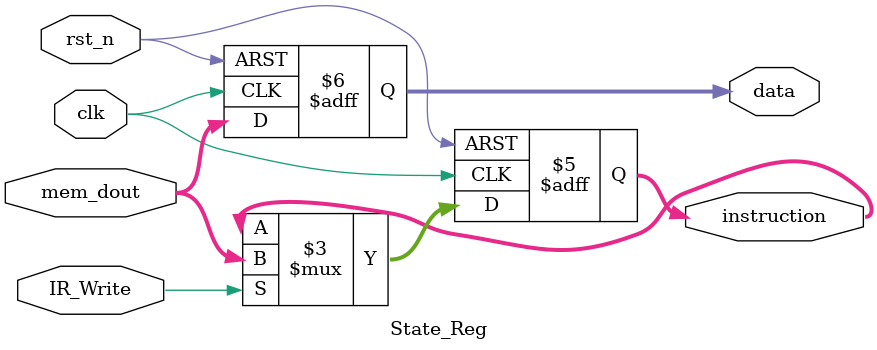
<source format=v>
`timescale 1ns / 1ps
module State_Reg(
    input               clk,
    input               rst_n,
    input       [31:0]  mem_dout,
    input               IR_Write,
    output  reg [31:0]  instruction,//will refresh when enabled
    output  reg [31:0]  data//will refresh at every clock
    );
always@(posedge clk or negedge rst_n)
begin
    if(~rst_n)
    begin
        instruction <= 0;
        data <= 0;
    end
    else
    begin
    if(IR_Write)
        instruction <= mem_dout;
    data <= mem_dout;
    end
end
endmodule

</source>
